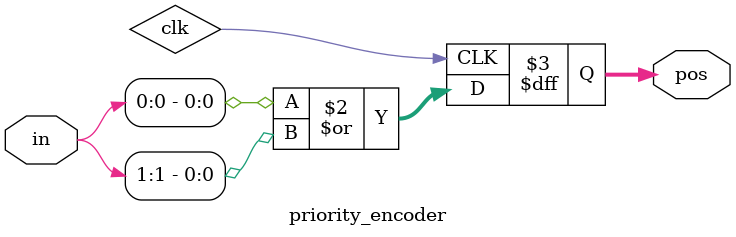
<source format=v>
module priority_encoder( 
input [2:0] in,
output reg [1:0] pos ); 
// When sel=1, assign b to out
// When sel=0, assign a to out
always @(posedge clk) begin
  pos <= (in[0] | in[1]);
end
endmodule

</source>
